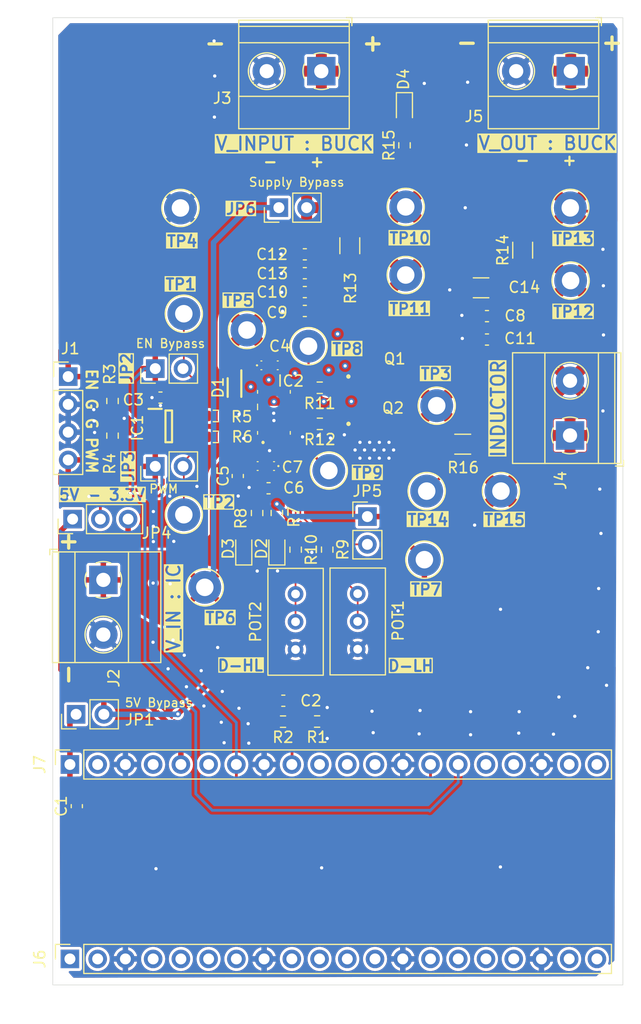
<source format=kicad_pcb>
(kicad_pcb (version 20240108) (generator "pcbnew") (generator_version "8.0")
  (layers (0 "F.Cu" signal) (1 "In1.Cu" signal) (2 "In2.Cu" signal) (31 "B.Cu" signal) (34 "B.Paste" user) (35 "F.Paste" user) (36 "B.SilkS" user "B.Silkscreen") (37 "F.SilkS" user "F.Silkscreen") (38 "B.Mask" user) (39 "F.Mask" user) (44 "Edge.Cuts" user))
  (net 0 "")
  (net 1 "GND")
  (net 2 "Net-(J7-Pin_1)")
  (net 3 "Net-(J7-Pin_9)")
  (net 4 "Net-(IC1-VCC)")
  (net 5 "/Buck Converter/HS")
  (net 6 "Net-(D1-K)")
  (net 7 "+VIN")
  (net 8 "+5V")
  (net 9 "Net-(J4-Pin_2)")
  (net 10 "Net-(C10-Pad1)")
  (net 11 "Net-(D1-A)")
  (net 12 "Net-(D2-A)")
  (net 13 "Net-(D3-A)")
  (net 14 "Net-(IC1-1Y)")
  (net 15 "/Buck Converter/EN")
  (net 16 "Net-(IC1-2Y)")
  (net 17 "/pwm")
  (net 18 "Net-(IC2-PWM{slash}LI)")
  (net 19 "Net-(IC2-EN{slash}HI)")
  (net 20 "Net-(IC2-DLH)")
  (net 23 "/Buck Converter/HO")
  (net 24 "Net-(IC2-DHL)")
  (net 25 "/Buck Converter/LO")
  (net 27 "Net-(D4-A)")
  (net 28 "/Buck Converter/V_OUT")
  (net 46 "+3V3")
  (net 56 "Net-(POT1-Pad1)")
  (net 57 "Net-(POT2-Pad1)")
  (net 58 "Net-(Q1-G)")
  (net 59 "Net-(Q2-G)")
  (net 60 "+Vin_Buck")
  (net 61 "Net-(J4-Pin_1)")
  (footprint "TestPoint:TestPoint_Loop_D2.60mm_Drill1.6mm_Beaded" (layer "F.Cu") (at 119.32 94.42)
    (property "Reference" "TP3")
    (property "Value" "HS")
  )
  (footprint "Resistor_SMD:R_0603_1608Metric" (layer "F.Cu") (at 99.09 95.36)
    (property "Reference" "R5")
    (property "Value" "0R")
  )
  (footprint "TestPoint:TestPoint_Loop_D2.60mm_Drill1.6mm_Beaded" (layer "F.Cu") (at 101.94 87.5)
    (property "Reference" "TP5")
    (property "Value" "HB")
  )
  (footprint "Resistor_SMD:R_0603_1608Metric" (layer "F.Cu") (at 106.4 107.585 -90)
    (property "Reference" "R10")
    (property "Value" "20K")
  )
  (footprint "Connector_PinHeader_2.54mm:PinHeader_1x02_P2.54mm_Vertical" (layer "F.Cu") (at 93.545 91.03 90)
    (property "Reference" "JP2")
    (property "Value" "EN_Bypass")
  )
  (footprint "TestPoint:TestPoint_Loop_D2.60mm_Drill1.6mm_Beaded" (layer "F.Cu") (at 118.4 102.23)
    (property "Reference" "TP14")
    (property "Value" "TestPoint_Probe")
  )
  (footprint "TestPoint:TestPoint_Loop_D2.60mm_Drill1.6mm_Beaded" (layer "F.Cu") (at 116.48 76.24)
    (property "Reference" "TP10")
    (property "Value" "TestPoint_Probe")
  )
  (footprint "Connector_PinHeader_2.54mm:PinHeader_1x02_P2.54mm_Vertical" (layer "F.Cu") (at 104.865 76.31 90)
    (property "Reference" "JP6")
    (property "Value" "Supply-Bypass")
  )
  (footprint "Resistor_SMD:R_0603_1608Metric" (layer "F.Cu") (at 104.68 104.2325 -90)
    (property "Reference" "R7")
    (property "Value" "1K")
  )
  (footprint "LED_SMD:LED_0603_1608Metric" (layer "F.Cu") (at 104.68 107.5025 90)
    (property "Reference" "D2")
    (property "Value" "LED")
  )
  (footprint "TestPoint:TestPoint_Loop_D2.60mm_Drill1.6mm_Beaded" (layer "F.Cu") (at 125.2 102.23)
    (property "Reference" "TP15")
    (property "Value" "TestPoint_Probe")
  )
  (footprint "Capacitor_SMD:C_0603_1608Metric" (layer "F.Cu") (at 107.24 80.576668 180)
    (property "Reference" "C12")
    (property "Value" "10uF")
  )
  (footprint "YFF18PW0J474M:YFF18PW0J474MT0H0N" (layer "F.Cu") (at 104.01 90.73)
    (property "Reference" "C4")
    (property "Value" "0.47uF" (hide yes))
  )
  (footprint "TestPoint:TestPoint_Loop_D2.60mm_Drill1.6mm_Beaded" (layer "F.Cu") (at 116.48 82.47)
    (property "Reference" "TP11")
    (property "Value" "TestPoint_Probe")
  )
  (footprint "TestPoint:TestPoint_Loop_D2.60mm_Drill1.6mm_Beaded" (layer "F.Cu") (at 118.19 108.5)
    (property "Reference" "TP7")
    (property "Value" "5V")
  )
  (footprint "Capacitor_SMD:C_0603_1608Metric" (layer "F.Cu") (at 107.24 82.303334 180)
    (property "Reference" "C13")
    (property "Value" "10uF")
  )
  (footprint "Capacitor_SMD:C_0603_1608Metric" (layer "F.Cu") (at 105.27 121.4 180)
    (property "Reference" "C2")
    (property "Value" "0.1uF")
  )
  (footprint "EPC2001C:EPC2001C" (layer "F.Cu") (at 113.84 96.48)
    (property "Reference" "Q2")
    (property "Value" "EPC2001C" (hide yes))
  )
  (footprint "Resistor_SMD:R_0603_1608Metric" (layer "F.Cu") (at 108.615 96.08 180)
    (property "Reference" "R12")
    (property "Value" "0R")
  )
  (footprint "TestPoint:TestPoint_Loop_D2.60mm_Drill1.6mm_Beaded" (layer "F.Cu") (at 131.55 76.33)
    (property "Reference" "TP13")
    (property "Value" "TestPoint_Probe")
  )
  (footprint "Capacitor_SMD:C_0603_1608Metric" (layer "F.Cu") (at 107.24 85.756668 180)
    (property "Reference" "C9")
    (property "Value" "0.1uF")
  )
  (footprint "Connector_PinHeader_2.54mm:PinHeader_1x02_P2.54mm_Vertical" (layer "F.Cu") (at 86.295 122.64 90)
    (property "Reference" "JP1")
    (property "Value" "5V_Bypass")
  )
  (footprint "TestPoint:TestPoint_Loop_D2.60mm_Drill1.6mm_Beaded" (layer "F.Cu") (at 95.85 76.34)
    (property "Reference" "TP4")
    (property "Value" "GND")
  )
  (footprint "Connector_PinHeader_2.54mm:PinHeader_1x02_P2.54mm_Vertical" (layer "F.Cu") (at 112.97 104.56)
    (property "Reference" "JP5")
    (property "Value" "DLH/5V")
  )
  (footprint "Capacitor_SMD:C_0603_1608Metric" (layer "F.Cu") (at 101.1 100.85 -90)
    (property "Reference" "C5")
    (property "Value" "10uF")
  )
  (footprint "Capacitor_SMD:C_1206_3216Metric" (layer "F.Cu") (at 123.38 83.64 180)
    (property "Reference" "C14")
    (property "Value" "100uF")
  )
  (footprint "Potentiometer_THT:Potentiometer_Bourns_3296W_Vertical" (layer "F.Cu") (at 106.39 111.64 90)
    (property "Reference" "POT2")
    (property "Value" "1M")
  )
  (footprint "Resistor_SMD:R_0603_1608Metric" (layer "F.Cu") (at 116.37 70.61 90)
    (property "Reference" "R15")
    (property "Value" "100K")
  )
  (footprint "Connector_PinHeader_2.54mm:PinHeader_1x02_P2.54mm_Vertical" (layer "F.Cu") (at 93.545 99.97 90)
    (property "Reference" "JP3")
    (property "Value" "PWM_Bypass")
  )
  (footprint "TestPoint:TestPoint_Loop_D2.60mm_Drill1.6mm_Beaded" (layer "F.Cu") (at 98.08 111.03)
    (property "Reference" "TP6")
    (property "Value" "V_in")
  )
  (footprint "Potentiometer_THT:Potentiometer_Bourns_3296W_Vertical" (layer "F.Cu") (at 112.08 111.61 90)
    (property "Reference" "POT1")
    (property "Value" "1M")
  )
  (footprint "Capacitor_SMD:C_0603_1608Metric" (layer "F.Cu") (at 103.92 101.97 180)
    (property "Reference" "C6")
    (property "Value" "10uF")
  )
  (footprint "Connector_PinSocket_2.54mm:PinSocket_1x20_P2.54mm_Vertical" (layer "F.Cu") (at 85.73 145.01 90)
    (property "Reference" "J6")
    (property "Value" "RASPI Socket 1")
  )
  (footprint "Capacitor_SMD:C_0603_1608Metric" (layer "F.Cu") (at 86.36 131.04 90)
    (property "Reference" "C1")
    (property "Value" "10uF")
  )
  (footprint "LMG1210:LMG1210RVRT" (layer "F.Cu") (at 104.41 95.03 90)
    (property "Reference" "IC2")
    (property "Value" "LMG1210RVRT" (hide yes))
  )
  (footprint "TerminalBlock_Phoenix:TerminalBlock_Phoenix_MKDS-1,5-2_1x02_P5.00mm_Horizontal" (layer "F.Cu") (at 131.525 97.14 90)
    (property "Reference" "J4")
    (property "Value" "Inductor")
  )
  (footprint "TerminalBlock_Phoenix:TerminalBlock_Phoenix_MKDS-1,5-2_1x02_P5.00mm_Horizontal" (layer "F.Cu") (at 108.75 63.83 180)
    (property "Reference" "J3")
    (property "Value" "Vin_Buck")
  )
  (footprint "EPC2001C:EPC2001C" (layer "F.Cu") (at 113.83 92.151)
    (property "Reference" "Q1")
    (property "Value" "EPC2001C" (hide yes))
  )
  (footprint "TerminalBlock_Phoenix:TerminalBlock_Phoenix_MKDS-1,5-2_1x02_P5.00mm_Horizontal" (layer "F.Cu") (at 131.595 63.83 180)
    (property "Reference" "J5")
    (property "Value" "Output_Terminal")
  )
  (footprint "TestPoint:TestPoint_Loop_D2.60mm_Drill1.6mm_Beaded" (layer "F.Cu") (at 107.58 88.98)
    (property "Reference" "TP8")
    (property "Value" "HO")
  )
  (footprint "SN74LVC2G17DBVR:SOT95P280X145-6N" (layer "F.Cu") (at 94.78 96.31)
    (property "Reference" "IC1")
    (property "Value" "SN74LVC2G17DBVR" (hide yes))
  )
  (footprint "Resistor_SMD:R_0603_1608Metric" (layer "F.Cu") (at 102.87 104.235 -90)
    (property "Reference" "R8")
    (property "Value" "100K")
  )
  (footprint "Capacitor_SMD:C_0603_1608Metric" (layer "F.Cu") (at 123.92 88.37 180)
    (property "Reference" "C11")
    (property "Value" "0.1uF")
  )
  (footprint "Resistor_SMD:R_0603_1608Metric" (layer "F.Cu") (at 105.245 123.31 180)
    (property "Reference" "R2")
    (property "Value" "18K")
  )
  (footprint "Resistor_SMD:R_1206_3216Metric" (layer "F.Cu") (at 127.19 80.2 90)
    (property "Reference" "R14")
    (property "Value" "0.01R")
  )
  (footprint "Connector_PinSocket_2.54mm:PinSocket_1x20_P2.54mm_Vertical" (layer "F.Cu") (at 85.73 127.23 90)
    (property "Reference" "J7")
    (property "Value" "RASPI Socket 2")
  )
  (footprint "Capacitor_SMD:C_0603_1608Metric" (layer "F.Cu") (at 107.24 84.03 180)
    (property "Reference" "C10")
    (property "Value" "0.1uF")
  )
  (footprint "Resistor_SMD:R_0603_1608Metric" (layer "F.Cu") (at 89.63 97.16 90)
    (property "Reference" "R4")
    (property "Value" "20K")
  )
  (footprint "Resistor_SMD:R_0603_1608Metric" (layer "F.Cu") (at 109.29 107.58 -90)
    (property "Reference" "R9")
    (property "Value" "20K")
  )
  (footprint "Capacitor_SMD:C_0603_1608Metric" (layer "F.Cu") (at 94.02 93.68 180)
    (property "Reference" "C3")
    (property "Value" "0.1uF")
  )
  (footprint "TestPoint:TestPoint_Loop_D2.60mm_Drill1.6mm_Beaded" (layer "F.Cu") (at 96.16 104.39)
    (property "Reference" "TP2")
    (property "Value" "PWM")
  )
  (footprint "TestPoint:TestPoint_Loop_D2.60mm_Drill1.6mm_Beaded" (layer "F.Cu") (at 109.44 100.35)
    (property "Reference" "TP9")
    (property "Value" "LO")
  )
  (footprint "YFF18PW0J474M:YFF18PW0J474MT0H0N" (layer "F.Cu") (at 103.67 99.94 180)
    (property "Reference" "C7")
    (property "Value" "0.47uF" (hide yes))
  )
  (footprint "Resistor_SMD:R_1206_3216Metric" (layer "F.Cu") (at 111.36 79.7925 90)
    (property "Reference" "R13")
    (property "Value" "0.01R")
  )
  (footprint "Resistor_SMD:R_0603_1608Metric" (layer "F.Cu") (at 108.365 123.3 180)
    (property "Reference" "R1")
    (property "Value" "91K")
  )
  (footprint "Resistor_SMD:R_0603_1608Metric" (layer "F.Cu") (at 89.63 93.99 -90)
    (property "Reference" "R3")
    (property "Value" "20K")
  )
  (footprint "Resistor_SMD:R_0603_1608Metric" (layer "F.Cu") (at 108.605 92.78 180)
    (property "Reference" "R11")
    (property "Value" "0R")
  )
  (footprint "TerminalBlock_Phoenix:TerminalBlock_Phoenix_MKDS-1,5-2_1x02_P5.00mm_Horizontal" (layer "F.Cu") (at 88.79 110.35 -90)
    (property "Reference" "J2")
    (property "Value" "Vin_IC")
  )
  (footprint "Connector_PinHeader_2.54mm:PinHeader_1x03_P2.54mm_Vertical" (layer "F.Cu") (at 85.975 104.79 90)
    (property "Reference" "JP4")
    (property "Value" "3v3/5v JP")
  )
  (footprint "Connector_PinHeader_2.54mm:PinHeader_1x04_P2.54mm_Vertical" (layer "F.Cu") (at 85.57 91.76)
    (property "Reference" "J1")
    (property "Value" "EN/PWM Header")
  )
  (footprint "Resistor_SMD:R_1206_3216Metric" (layer "F.Cu") (at 121.7 97.94)
    (property "Reference" "R16")
    (property "Value" "0.01R")
  )
  (footprint "TestPoint:TestPoint_Loop_D2.60mm_Drill1.6mm_Beaded" (layer "F.Cu") (at 96.16 86.01)
    (property "Reference" "TP1")
    (property "Value" "EN")
  )
  (footprint "LED_SMD:LED_0603_1608Metric" (layer "F.Cu") (at 116.36 67.28 -90)
    (property "Reference" "D4")
    (property "Value" "LED")
  )
  (footprint "TestPoint:TestPoint_Loop_D2.60mm_Drill1.6mm_Beaded" (layer "F.Cu") (at 131.58 82.98)
    (property "Reference" "TP12")
    (property "Value" "TestPoint_Probe")
  )
  (footprint "BAT46WJ,115:SODFL2512X80N" (layer "F.Cu") (at 100.8 92.76 -90)
    (property "Reference" "D1")
    (property "Value" "BAT46WJ,115" (hide yes))
  )
  (footprint "Resistor_SMD:R_0603_1608Metric" (layer "F.Cu") (at 99.09 97.27 180)
    (property "Reference" "R6")
    (property "Value" "0R")
  )
  (footprint "Capacitor_SMD:C_0603_1608Metric" (layer "F.Cu") (at 123.92 86.23 180)
    (property "Reference" "C8")
    (property "Value" "10uF")
  )
  (footprint "LED_SMD:LED_0603_1608Metric" (layer "F.Cu") (at 101.65 107.5 90)
    (property "Reference" "D3")
    (property "Value" "LED")
  )
  (gr_rect (start 84.16 58.94) (end 136.37 147.39) (stroke (width 0.05)) (fill none) (layer "Edge.Cuts"))
  (gr_text "D-HL" (at 101.33 118.18 0) (layer "F.SilkS" knockout) (effects (font (size 1 1) (thickness 0.2) (bold yes))))
  (gr_text "V_INPUT : BUCK" (at 106.31 70.47 0) (layer "F.SilkS" knockout) (effects (font (size 1.2 1.2) (thickness 0.2) (bold yes))))
  (gr_text "D-LH" (at 116.94 118.22 0) (layer "F.SilkS" knockout) (effects (font (size 1 1) (thickness 0.2) (bold yes))))
  (gr_text "INDUCTOR" (at 124.93 94.69 90) (layer "F.SilkS" knockout) (effects (font (size 1.2 1.2) (thickness 0.2) (bold yes))))
  (gr_text "-          +" (at 128.73 61.17 0) (layer "F.SilkS") (effects (font (size 1.5 1.5) (thickness 0.3) (bold yes))))
  (gr_text "V_IN : IC" (at 95.22 112.89 90) (layer "F.SilkS" knockout) (effects (font (size 1.2 1.2) (thickness 0.2) (bold yes))))
  (gr_text "Supply Bypass" (at 106.49 73.98 0) (layer "F.SilkS") (effects (font (size 0.8 0.8) (thickness 0.13))))
  (gr_text "EN Bypass" (at 94.94 88.73 0) (layer "F.SilkS") (effects (font (size 0.8 0.8) (thickness 0.13))))
  (gr_text "5V Bypass" (at 93.88 121.58 0) (layer "F.SilkS") (effects (font (size 0.8 0.8) (thickness 0.13))))
  (gr_text "-           +" (at 106.25 61.23 0) (layer "F.SilkS") (effects (font (size 1.5 1.5) (thickness 0.3) (bold yes))))
  (gr_text "-         +" (at 85.51 112.94 90) (layer "F.SilkS") (effects (font (size 1.5 1.5) (thickness 0.3) (bold yes))))
  (gr_text "PWM" (at 94.31 102.03 0) (layer "F.SilkS") (effects (font (size 0.8 0.8) (thickness 0.13))))
  (gr_text "-    +" (at 106.22 72.09 0) (layer "F.SilkS") (effects (font (size 1 1) (thickness 0.2) (bold yes))))
  (gr_text "-    +" (at 129.33 71.96 0) (layer "F.SilkS") (effects (font (size 1 1) (thickness 0.2) (bold yes))))
  (gr_text "5V - 3.3V" (at 88.66 102.58 0) (layer "F.SilkS" knockout) (effects (font (size 1 1) (thickness 0.2) (bold yes))))
  (gr_text "V_OUT : BUCK" (at 129.47 70.42 0) (layer "F.SilkS" knockout) (effects (font (size 1.2 1.2) (thickness 0.2) (bold yes))))
  (gr_text "EN G G PWM" (at 87.71 95.83 270) (layer "F.SilkS") (effects (font (size 1 1) (thickness 0.2) (bold yes))))
  (via (at 104.01 98.53) (size 0.6) (drill 0.3) (layers "F.Cu" "B.Cu") (net 1))
  (via (at 93.61 136.76) (size 0.6) (drill 0.3) (layers "F.Cu" "B.Cu") (net 1))
  (via (at 99.68 120.55) (size 0.6) (drill 0.3) (layers "F.Cu" "B.Cu") (net 1))
  (via (at 102.05 123.5) (size 0.6) (drill 0.3) (layers "F.Cu" "B.Cu") (net 1))
  (via (at 114.95 97.77) (size 0.6) (drill 0.3) (layers "F.Cu" "B.Cu") (net 1))
  (via (at 120.51 83.83) (size 0.6) (drill 0.3) (layers "F.Cu" "B.Cu") (net 1))
  (via (at 112.286668 99.22) (size 0.6) (drill 0.3) (layers "F.Cu" "B.Cu") (net 1))
  (via (at 104.74 109.53) (size 0.6) (drill 0.3) (layers "F.Cu" "B.Cu") (net 1))
  (via (at 114.06 99.22) (size 0.6) (drill 0.3) (layers "F.Cu" "B.Cu") (net 1))
  (via (at 110.86 97.08) (size 0.6) (drill 0.3) (layers "F.Cu" "B.Cu") (net 1))
  (via (at 105.06 80.56) (size 0.6) (drill 0.3) (layers "F.Cu" "B.Cu") (net 1))
  (via (at 134.59 87.95) (size 0.6) (drill 0.3) (layers "F.Cu" "B.Cu") (net 1))
  (via (at 133.15 118.38) (size 0.6) (drill 0.3) (layers "F.Cu" "B.Cu") (net 1))
  (via (at 134.87 119.99) (size 0.6) (drill 0.3) (layers "F.Cu" "B.Cu") (net 1))
  (via (at 131.96 122.82) (size 0.6) (drill 0.3) (layers "F.Cu" "B.Cu") (net 1))
  (via (at 113.173334 99.22) (size 0.6) (drill 0.3) (layers "F.Cu" "B.Cu") (net 1))
  (via (at 101.223885 95.20175) (size 0.6) (drill 0.3) (layers "F.Cu" "B.Cu") (net 1))
  (via (at 101.64 97.41) (size 0.6) (drill 0.3) (layers "F.Cu" "B.Cu") (net 1))
  (via (at 112.29 97.77) (size 0.6) (drill 0.3) (layers "F.Cu" "B.Cu") (net 1))
  (via (at 130.51 121.06) (size 0.6) (drill 0.3) (layers "F.Cu" "B.Cu") (net 1))
  (via (at 109.29 124.85) (size 0.6) (drill 0.3) (layers "F.Cu" "B.Cu") (net 1))
  (via (at 105.09 82.33) (size 0.6) (drill 0.3) (layers "F.Cu" "B.Cu") (net 1))
  (via (at 93.245 93.68) (size 0.6) (drill 0.3) (layers "F.Cu" "B.Cu") (net 1))
  (via (at 134.58 83.45) (size 0.6) (drill 0.3) (layers "F.Cu" "B.Cu") (net 1))
  (via (at 122.42 122.4) (size 0.6) (drill 0.3) (layers "F.Cu" "B.Cu") (net 1))
  (via (at 118.18 64.95) (size 0.6) (drill 0.3) (layers "F.Cu" "B.Cu") (net 1))
  (via (at 122.15 64.84) (size 0.6) (drill 0.3) (layers "F.Cu" "B.Cu") (net 1))
  (via (at 93.37 106.85) (size 0.6) (drill 0.3) (layers "F.Cu" "B.Cu") (net 1))
  (via (at 111.84 98.47) (size 0.6) (drill 0.3) (layers "F.Cu" "B.Cu") (net 1))
  (via (at 99.59 123.37) (size 0.6) (drill 0.3) (layers "F.Cu" "B.Cu") (net 1))
  (via (at 87.47 102.72) (size 0.6) (drill 0.3) (layers "F.Cu" "B.Cu") (net 1))
  (via (at 113.176666 97.77) (size 0.6) (drill 0.3) (layers "F.Cu" "B.Cu") (net 1))
  (via (at 130.01 124.46) (size 0.6) (drill 0.3) (layers "F.Cu" "B.Cu") (net 1))
  (via (at 94.02 94.41) (size 0.6) (drill 0.3) (layers "F.Cu" "B.Cu") (net 1))
  (via (at 99.85 125.24) (size 0.6) (drill 0.3) (layers "F.Cu" "B.Cu") (net 1))
  (via (at 105.12 84.05) (size 0.6) (drill 0.3) (layers "F.Cu" "B.Cu") (net 1))
  (via (at 87.94 95.81) (size 0.6) (drill 0.3) (layers "F.Cu" "B.Cu") (net 1))
  (via (at 97.75 118.65) (size 0.6) (drill 0.3) (layers "F.Cu" "B.Cu") (net 1))
  (via (at 114.946668 99.22) (size 0.6) (drill 0.3) (layers "F.Cu" "B.Cu") (net 1))
  (via (at 93.35 110.64) (size 0.6) (drill 0.3) (layers "F.Cu" "B.Cu") (net 1))
  (via (at 114.063332 97.77) (size 0.6) (drill 0.3) (layers "F.Cu" "B.Cu") (net 1))
  (via (at 114.483332 98.47) (size 0.6) (drill 0.3) (layers "F.Cu" "B.Cu") (net 1))
  (via (at 117.71 124.43) (size 0.6) (drill 0.3) (layers "F.Cu" "B.Cu") (net 1))
  (via (at 126.83 124.36) (size 0.6) (drill 0.3) (layers "F.Cu" "B.Cu") (net 1))
  (via (at 98.99 64.27) (size 0.6) (drill 0.3) (layers "F.Cu" "B.Cu") (net 1))
  (via (at 98.93 61.07) (size 0.6) (drill 0.3) (layers "F.Cu" "B.Cu") (net 1))
  (via (at 134.36 106.1) (size 0.6) (drill 0.3) (layers "F.Cu" "B.Cu") (net 1))
  (via (at 93.37 104.1) (size 0.6) (drill 0.3) (layers "F.Cu" "B.Cu") (net 1))
  (via (at 101.14 102.68) (size 0.6) (drill 0.3) (layers "F.Cu" "B.Cu") (net 1))
  (via (at 96.2 117.24) (size 0.6) (drill 0.3) (layers "F.Cu" "B.Cu") (net 1))
  (via (at 125.15 136.6) (size 0.6) (drill 0.3) (layers "F.Cu" "B.Cu") (net 1))
  (via (at 134.54 94.9) (size 0.6) (drill 0.3) (layers "F.Cu" "B.Cu") (net 1))
  (via (at 107.88 107.83) (size 0.6) (drill 0.3) (layers "F.Cu" "B.Cu") (net 1))
  (via (at 93.34 116.05) (size 0.6) (drill 0.3) (layers "F.Cu" "B.Cu") (net 1))
  (via (at 134.15 111.14) (size 0.6) (drill 0.3) (layers "F.Cu" "B.Cu") (net 1))
  (via (at 108.78 136.68) (size 0.6) (drill 0.3) (layers "F.Cu" "B.Cu") (net 1))
  (via (at 102.88 109.54) (size 0.6) (drill 0.3) (layers "F.Cu" "B.Cu") (net 1))
  (via (at 94.91 110.71) (size 0.6) (drill 0.3) (layers "F.Cu" "B.Cu") (net 1))
  (via (at 126.87 122.4) (size 0.6) (drill 0.3) (layers "F.Cu" "B.Cu") (net 1))
  (via (at 122.42 124.51) (size 0.6) (drill 0.3) (layers "F.Cu" "B.Cu") (net 1))
  (via (at 112.71 98.47) (size 0.6) (drill 0.3) (layers "F.Cu" "B.Cu") (net 1))
  (via (at 125.16 113.04) (size 0.6) (drill 0.3) (layers "F.Cu" "B.Cu") (net 1))
  (via (at 121.66 88.27) (size 0.6) (drill 0.3) (layers "F.Cu" "B.Cu") (net 1))
  (via (at 109.59 97.38) (size 0.6) (drill 0.3) (layers "F.Cu" "B.Cu") (net 1))
  (via (at 98 121.88) (size 0.6) (drill 0.3) (layers "F.Cu" "B.Cu") (net 1))
  (via (at 121.62 86.16) (size 0.6) (drill 0.3) (layers "F.Cu" "B.Cu") (net 1))
  (via (at 95.17 115.85) (size 0.6) (drill 0.3) (layers "F.Cu" "B.Cu") (net 1))
  (via (at 115.37 98.47) (size 0.6) (drill 0.3) (layers "F.Cu" "B.Cu") (net 1))
  (via (at 113.5 124.32) (size 0.6) (drill 0.3) (layers "F.Cu" "B.Cu") (net 1))
  (via (at 87.99 96.87) (size 0.6) (drill 0.3) (layers "F.Cu" "B.Cu") (net 1))
  (via (at 117.79 122.29) (size 0.6) (drill 0.3) (layers "F.Cu" "B.Cu") (net 1))
  (via (at 101.21 122.09) (size 0.6) (drill 0.3) (layers "F.Cu" "B.Cu") (net 1))
  (via (at 95.24 106.83) (size 0.6) (drill 0.3) (layers "F.Cu" "B.Cu") (net 1))
  (via (at 94.72 118.48) (size 0.6) (drill 0.3) (layers "F.Cu" "B.Cu") (net 1))
  (via (at 134.25 102.05) (size 0.6) (drill 0.3) (layers "F.Cu" "B.Cu") (net 1))
  (via (at 122.04 70.58) (size 0.6) (drill 0.3) (layers "F.Cu" "B.Cu") (net 1))
  (via (at 102.11 125.28) (size 0.6) (drill 0.3) (layers "F.Cu" "B.Cu") (net 1))
  (via (at 87.91 94.78) (size 0.6) (drill 0.3) (layers "F.Cu" "B.Cu") (net 1))
  (via (at 96.4 120.12) (size 0.6) (drill 0.3) (layers "F.Cu" "B.Cu") (net 1))
  (via (at 102.14 101.9) (size 0.6) (drill 0.3) (layers "F.Cu" "B.Cu") (net 1))
  (via (at 113.39 122.36) (size 0.6) (drill 0.3) (layers "F.Cu" "B.Cu") (net 1))
  (via (at 104.41 95.78) (size 0.6) (drill 0.3) (layers "F.Cu" "B.Cu") (net 1))
  (via (at 104.39 95.11) (size 0.6) (drill 0.3) (layers "F.Cu" "B.Cu") (net 1))
  (via (at 134.54 80.12) (size 0.6) (drill 0.3) (layers "F.Cu" "B.Cu") (net 1))
  (via (at 134.11 115.09) (size 0.6) (drill 0.3) (layers "F.Cu" "B.Cu") (net 1))
  (via (at 98.96 68.03) (size 0.6) (drill 0.3) (layers "F.Cu" "B.Cu") (net 1))
  (via (at 115.78 113.18) (size 0.6) (drill 0.3) (layers "F.Cu" "B.Cu") (net 1))
  (via (at 108.51 97.13) (size 0.6) (drill 0.3) (layers "F.Cu" "B.Cu") (net 1))
  (via (at 97.36 101.8) (size 0.6) (drill 0.3) (layers "F.Cu" "B.Cu") (net 1))
  (via (at 113.596666 98.47) (size 0.6) (drill 0.3) (layers "F.Cu" "B.Cu") (net 1))
  (via (at 109.29 122.02) (size 0.6) (drill 0.3) (layers "F.Cu" "B.Cu") (net 1))
  (via (at 85.68 102.82) (size 0.6) (drill 0.3) (layers "F.Cu" "B.Cu") (net 1))
  (via (at 107.03 97.27) (size 0.6) (drill 0.3) (layers "F.Cu" "B.Cu") (net 1))
  (via (at 93.37 105.45) (size 0.6) (drill 0.3) (layers "F.Cu" "B.Cu") (net 1))
  (via (at 90.7 95.58) (size 0.6) (drill 0.3) (layers "F.Cu" "B.Cu") (net 1))
  (via (at 99.26 116.53) (size 0.6) (drill 0.3) (layers "F.Cu" "B.Cu") (net 1))
  (via (at 122.79 105.34) (size 0.6) (drill 0.3) (layers "F.Cu" "B.Cu") (net 1))
  (via (at 94.87 102.69) (size 0.6) (drill 0.3) (layers "F.Cu" "B.Cu") (net 1))
  (via (at 105.2 85.79) (size 0.6) (drill 0.3) (layers "F.Cu" "B.Cu") (net 1))
  (via (at 121.93 76.32) (size 0.6) (drill 0.3) (layers "F.Cu" "B.Cu") (net 1))
  (segment (start 85.73 123.205) (end 86.295 122.64) (width 0.5) (layer "F.Cu") (net 2))
  (segment (start 85.73 127.23) (end 85.73 123.205) (width 0.5) (layer "F.Cu") (net 2))
  (segment (start 85.73 127.23) (end 85.73 129.635) (width 0.5) (layer "F.Cu") (net 2))
  (segment (start 85.73 129.635) (end 86.36 130.265) (width 0.5) (layer "F.Cu") (net 2))
  (segment (start 106.08 123.3) (end 106.07 123.31) (width 0.254) (layer "F.Cu") (net 3))
  (segment (start 106.07 121.425) (end 106.045 121.4) (width 0.254) (layer "F.Cu") (net 3))
  (segment (start 106.07 127.21) (end 106.05 127.23) (width 0.254) (layer "F.Cu") (net 3))
  (segment (start 106.07 123.31) (end 106.07 121.425) (width 0.254) (layer "F.Cu") (net 3))
  (segment (start 107.54 123.3) (end 106.08 123.3) (width 0.254) (layer "F.Cu") (net 3))
  (segment (start 106.07 123.31) (end 106.07 127.21) (width 0.254) (layer "F.Cu") (net 3))
  (segment (start 94.795 95.929) (end 95.176 96.31) (width 0.254) (layer "F.Cu") (net 4))
  (segment (start 93.89 102.68) (end 89.51 102.68) (width 0.254) (layer "F.Cu") (net 4))
  (segment (start 89.51 102.68) (end 88.515 103.675) (width 0.254) (layer "F.Cu") (net 4))
  (segment (start 95.176 96.31) (end 96.03 96.31) (width 0.254) (layer "F.Cu") (net 4))
  (segment (start 88.515 103.675) (end 88.515 104.79) (width 0.254) (layer "F.Cu") (net 4))
  (segment (start 94.795 93.68) (end 94.795 95.929) (width 0.254) (layer "F.Cu") (net 4))
  (segment (start 95.176 96.31) (end 94.79 96.696) (width 0.254) (layer "F.Cu") (net 4))
  (segment (start 94.79 96.696) (end 94.79 101.78) (width 0.254) (layer "F.Cu") (net 4))
  (segment (start 94.79 101.78) (end 93.89 102.68) (width 0.254) (layer "F.Cu") (net 4))
  (segment (start 103.01 93.78) (end 104.135 93.78) (width 0.25) (layer "F.Cu") (net 5))
  (segment (start 104.635 94.28) (end 105.81 94.28) (width 0.25) (layer "F.Cu") (net 5))
  (segment (start 103.91 93.13) (end 103.91 93.555) (width 0.25) (layer "F.Cu") (net 5))
  (segment (start 104.41 93.13) (end 104.41 94.055) (width 0.25) (layer "F.Cu") (net 5))
  (segment (start 103.91 93.555) (end 104.41 94.055) (width 0.25) (layer "F.Cu") (net 5))
  (segment (start 118.4 102.23) (end 120.2375 100.3925) (width 0.254) (layer "F.Cu") (net 5))
  (segment (start 120.2375 100.3925) (end 120.2375 97.94) (width 0.254) (layer "F.Cu") (net 5))
  (segment (start 104.41 94.055) (end 104.635 94.28) (width 0.25) (layer "F.Cu") (net 5))
  (segment (start 104.135 93.78) (end 104.41 94.055) (width 0.25) (layer "F.Cu") (net 5))
  (via (at 111.5 94.03) (size 0.6) (drill 0.3) (layers "F.Cu" "B.Cu") (net 5))
  (via (at 110.24 87.86) (size 0.6) (drill 0.3) (layers "F.Cu" "B.Cu") (net 5))
  (via (at 104.41 94.055) (size 0.6) (drill 0.3) (layers "F.Cu" "B.Cu") (net 5))
  (via (at 110.93 90.78) (size 0.6) (drill 0.3) (layers "F.Cu" "B.Cu") (net 5))
  (via (at 109.43 91.16) (size 0.6) (drill 0.3) (layers "F.Cu" "B.Cu") (net 5))
  (via (at 102.29 92.69) (size 0.6) (drill 0.3) (layers "F.Cu" "B.Cu") (net 5))
  (via (at 103.94 92.05) (size 0.6) (drill 0.3) (layers "F.Cu" "B.Cu") (net 5))
  (via (at 108.98 94.04) (size 0.6) (drill 0.3) (layers "F.Cu" "B.Cu") (net 5))
  (via (at 106.34 91.46) (size 0.6) (drill 0.3) (layers "F.Cu" "B.Cu") (net 5))
  (segment (start 104.91 90.83) (end 104.91 93.13) (width 0.25) (layer "F.Cu") (net 6))
  (segment (start 104.81 90.73) (end 104.91 90.83) (width 0.25) (layer "F.Cu") (net 6))
  (segment (start 103.24 98.24) (end 103.91 97.57) (width 0.25) (layer "F.Cu") (net 7))
  (segment (start 101.1 100.075) (end 101.1 99.59) (width 0.25) (layer "F.Cu") (net 7))
  (segment (start 102.45 98.24) (end 103.24 98.24) (width 0.25) (layer "F.Cu") (net 7))
  (segment (start 101.1 99.59) (end 102.45 98.24) (width 0.25) (layer "F.Cu") (net 7))
  (segment (start 99.62 103.41) (end 99.6 103.43) (width 0.25) (layer "F.Cu") (net 7))
  (segment (start 102.87 103.41) (end 99.62 103.41) (width 0.25) (layer "F.Cu") (net 7))
  (segment (start 103.91 97.57) (end 103.91 96.93) (width 0.25) (layer "F.Cu") (net 7))
  (segment (start 98.88 79.5) (end 98.88 110.23) (width 0.5) (layer "B.Cu") (net 7))
  (segment (start 98.88 110.23) (end 98.08 111.03) (width 0.5) (layer "B.Cu") (net 7))
  (segment (start 104.865 76.31) (end 102.07 76.31) (width 0.5) (layer "B.Cu") (net 7))
  (segment (start 102.07 76.31) (end 98.88 79.5) (width 0.5) (layer "B.Cu") (net 7))
  (segment (start 118.19 108.5) (end 114.25 104.56) (width 0.5) (layer "F.Cu") (net 8))
  (segment (start 88.835 121.215) (end 88.23 120.61) (width 0.5) (layer "F.Cu") (net 8))
  (segment (start 118.19 116.93) (end 115.74 119.38) (width 0.5) (layer "F.Cu") (net 8))
  (segment (start 104.47 100.73) (end 104.47 99.94) (width 0.25) (layer "F.Cu") (net 8))
  (segment (start 118.19 108.5) (end 118.19 116.93) (width 0.5) (layer "F.Cu") (net 8))
  (segment (start 95.615 122.615) (end 95.6 122.63) (width 0.5) (layer "F.Cu") (net 8))
  (segment (start 104.5 100.76) (end 104.47 100.73) (width 0.25) (layer "F.Cu") (net 8))
  (segment (start 84.91 118.55) (end 84.91 105.855) (width 0.5) (layer "F.Cu") (net 8))
  (segment (start 84.91 105.855) (end 85.975 104.79) (width 0.5) (layer "F.Cu") (net 8))
  (segment (start 104.27 100.99) (end 104.5 100.76) (width 0.25) (layer "F.Cu") (net 8))
  (segment (start 88.835 122.64) (end 88.835 121.215) (width 0.5) (layer "F.Cu") (net 8))
  (segment (start 102.87 99.94) (end 102.87 100.79) (width 0.25) (layer "F.Cu") (net 8))
  (segment (start 98.85 119.38) (end 95.615 122.615) (width 0.5) (layer "F.Cu") (net 8))
  (segment (start 115.74 119.38) (end 98.85 119.38) (width 0.5) (layer "F.Cu") (net 8))
  (segment (start 86.97 120.61) (end 84.91 118.55) (width 0.5) (layer "F.Cu") (net 8))
  (segment (start 114.25 104.56) (end 112.97 104.56) (width 0.5) (layer "F.Cu") (net 8))
  (segment (start 102.87 100.79) (end 103.07 100.99) (width 0.25) (layer "F.Cu") (net 8))
  (segment (start 103.07 100.99) (end 104.27 100.99) (width 0.25) (layer "F.Cu") (net 8))
  (segment (start 88.23 120.61) (end 86.97 120.61) (width 0.5) (layer "F.Cu") (net 8))
  (via (at 95.615 122.615) (size 0.6) (drill 0.3) (layers "F.Cu" "B.Cu") (net 8))
  (via (at 104.68 103.4075) (size 0.6) (drill 0.3) (layers "F.Cu" "B.Cu") (net 8))
  (segment (start 95.615 122.615) (end 95.59 122.64) (width 0.5) (layer "B.Cu") (net 8))
  (segment (start 95.59 122.64) (end 88.835 122.64) (width 0.5) (layer "B.Cu") (net 8))
  (segment (start 105.8325 104.56) (end 104.68 103.4075) (width 0.5) (layer "B.Cu") (net 8))
  (segment (start 112.97 104.56) (end 105.8325 104.56) (width 0.5) (layer "B.Cu") (net 8))
  (segment (start 104.68 105.0575) (end 104.68 106.715) (width 0.25) (layer "F.Cu") (net 12))
  (segment (start 102.87 105.06) (end 102.87 105.84) (width 0.25) (layer "F.Cu") (net 13))
  (segment (start 102.87 105.84) (end 101.9975 106.7125) (width 0.25) (layer "F.Cu") (net 13))
  (segment (start 101.9975 106.7125) (end 101.65 106.7125) (width 0.25) (layer "F.Cu") (net 13))
  (segment (start 97.05 91.995) (end 97.05 94.145) (width 0.1565) (layer "F.Cu") (net 14))
  (segment (start 96.16 90.955) (end 96.085 91.03) (width 0.1565) (layer "F.Cu") (net 14))
  (segment (start 97.05 94.145) (end 98.265 95.36) (width 0.1565) (layer "F.Cu") (net 14))
  (segment (start 96.085 91.03) (end 97.05 91.995) (width 0.1565) (layer "F.Cu") (net 14))
  (segment (start 96.03 95.36) (end 98.265 95.36) (width 0.1565) (layer "F.Cu") (net 14))
  (segment (start 96.16 86.01) (end 96.16 90.955) (width 0.1565) (layer "F.Cu") (net 14))
  (segment (start 91.49 92.09) (end 92.55 91.03) (width 0.254) (layer "B.Cu") (net 15))
  (segment (start 97.253 122.423) (end 92.6 117.77) (width 0.254) (layer "B.Cu") (net 15))
  (segment (start 97.253 129.913) (end 97.253 122.423) (width 0.254) (layer "B.Cu") (net 15))
  (segment (start 121.29 127.23) (end 121.29 128.87) (width 0.254) (layer "B.Cu") (net 15))
  (segment (start 92.6 103.42) (end 91.49 102.31) (width 0.254) (layer "B.Cu") (net 15))
  (segment (start 118.62 131.42) (end 98.76 131.42) (width 0.254) (layer "B.Cu") (net 15))
  (segment (start 121.29 128.87) (end 118.68 131.48) (width 0.254) (layer "B.Cu") (net 15))
  (segment (start 92.55 91.03) (end 93.545 91.03) (width 0.254) (layer "B.Cu") (net 15))
  (segment (start 118.68 131.48) (end 118.62 131.42) (width 0.254) (layer "B.Cu") (net 15))
  (segment (start 92.6 117.77) (end 92.6 103.42) (width 0.254) (layer "B.Cu") (net 15))
  (segment (start 91.49 102.31) (end 91.49 92.09) (width 0.254) (layer "B.Cu") (net 15))
  (segment (start 98.76 131.42) (end 97.253 129.913) (width 0.254) (layer "B.Cu") (net 15))
  (segment (start 96.16 104.39) (end 96.16 100.045) (width 0.1565) (layer "F.Cu") (net 16))
  (segment (start 98.255 97.26) (end 98.265 97.27) (width 0.1565) (layer "F.Cu") (net 16))
  (segment (start 96.085 99.97) (end 96.085 99.595) (width 0.1565) (layer "F.Cu") (net 16))
  (segment (start 96.16 100.045) (end 96.085 99.97) (width 0.1565) (layer "F.Cu") (net 16))
  (segment (start 96.085 99.595) (end 98.265 97.415) (width 0.1565) (layer "F.Cu") (net 16))
  (segment (start 96.03 97.26) (end 98.255 97.26) (width 0.1565) (layer "F.Cu") (net 16))
  (segment (start 98.265 97.415) (end 98.265 97.27) (width 0.1565) (layer "F.Cu") (net 16))
  (segment (start 101.82 129.68) (end 100.97 128.83) (width 0.254) (layer "F.Cu") (net 17))
  (segment (start 118.75 128.75) (end 117.82 129.68) (width 0.254) (layer "F.Cu") (net 17))
  (segment (start 118.75 127.23) (end 118.75 128.75) (width 0.254) (layer "F.Cu") (net 17))
  (segment (start 100.97 128.83) (end 100.97 127.23) (width 0.254) (layer "F.Cu") (net 17))
  (segment (start 117.82 129.68) (end 101.82 129.68) (width 0.254) (layer "F.Cu") (net 17))
  (segment (start 94.15 116.57) (end 94.15 100.575) (width 0.254) (layer "B.Cu") (net 17))
  (segment (start 100.97 127.23) (end 100.97 123.39) (width 0.254) (layer "B.Cu") (net 17))
  (segment (start 100.97 123.39) (end 94.15 116.57) (width 0.254) (layer "B.Cu") (net 17))
  (segment (start 94.15 100.575) (end 93.545 99.97) (width 0.254) (layer "B.Cu") (net 17))
  (segment (start 100.905 96.28) (end 99.915 97.27) (width 0.1565) (layer "F.Cu") (net 18))
  (segment (start 103.01 96.28) (end 100.905 96.28) (width 0.1565) (layer "F.Cu") (net 18))
  (segment (start 100.96 95.78) (end 103.01 95.78) (width 0.1565) (layer "F.Cu") (net 19))
  (segment (start 99.915 95.36) (end 100.54 95.36) (width 0.1565) (layer "F.Cu") (net 19))
  (segment (start 100.54 95.36) (end 100.96 95.78) (width 0.1565) (layer "F.Cu") (net 19))
  (segment (start 106.83 104.41) (end 109.175 106.755) (width 0.1565) (layer "F.Cu") (net 20))
  (segment (start 106.1 98.92) (end 106.83 99.65) (width 0.1565) (layer "F.Cu") (net 20))
  (segment (start 109.175 106.755) (end 109.29 106.755) (width 0.1565) (layer "F.Cu") (net 20))
  (segment (start 106.83 99.65) (end 106.83 104.41) (width 0.1565) (layer "F.Cu") (net 20))
  (segment (start 105.81 96.28) (end 106.1 96.57) (width 0.1565) (layer "F.Cu") (net 20))
  (segment (start 106.1 96.57) (end 106.1 98.92) (width 0.1565) (layer "F.Cu") (net 20))
  (segment (start 109.635 107.1) (end 109.29 106.755) (width 0.1565) (layer "F.Cu") (net 20))
  (segment (start 112.97 107.1) (end 109.635 107.1) (width 0.1565) (layer "F.Cu") (net 20))
  (segment (start 107.58 92.58) (end 107.78 92.78) (width 0.2) (layer "F.Cu") (net 23))
  (segment (start 106.78 93.78) (end 107.78 92.78) (width 0.25) (layer "F.Cu") (net 23))
  (segment (start 105.81 93.78) (end 106.78 93.78) (width 0.25) (layer "F.Cu") (net 23))
  (segment (start 107.58 88.98) (end 107.58 92.58) (width 0.2) (layer "F.Cu") (net 23))
  (segment (start 106.4 99.85) (end 106.4 106.76) (width 0.1565) (layer "F.Cu") (net 24))
  (segment (start 105.41 98.86) (end 106.4 99.85) (width 0.1565) (layer "F.Cu") (net 24))
  (segment (start 105.41 96.93) (end 105.41 98.86) (width 0.1565) (layer "F.Cu") (net 24))
  (segment (start 105.81 95.28) (end 106.99 95.28) (width 0.25) (layer "F.Cu") (net 25))
  (segment (start 106.99 95.28) (end 107.79 96.08) (width 0.25) (layer "F.Cu") (net 25))
  (segment (start 107.79 96.08) (end 107.79 98.7) (width 0.25) (layer "F.Cu") (net 25))
  (segment (start 107.79 98.7) (end 109.44 100.35) (width 0.25) (layer "F.Cu") (net 25))
  (segment (start 116.37 68.0775) (end 116.36 68.0675) (width 0.254) (layer "F.Cu") (net 27))
  (segment (start 116.37 69.785) (end 116.37 68.0775) (width 0.254) (layer "F.Cu") (net 27))
  (segment (start 133.88 76.63) (end 131.85 76.63) (width 0.254) (layer "F.Cu") (net 28))
  (segment (start 135.22 118.05) (end 135.22 77.97) (width 0.254) (layer "F.Cu") (net 28))
  (segment (start 131.85 76.63) (end 131.55 76.33) (width 0.254) (layer "F.Cu") (net 28))
  (segment (start 129.97 123.3) (end 135.22 118.05) (width 0.254) (layer "F.Cu") (net 28))
  (segment (start 109.19 123.3) (end 129.97 123.3) (width 0.254) (layer "F.Cu") (net 28))
  (segment (start 135.22 77.97) (end 133.88 76.63) (width 0.254) (layer "F.Cu") (net 28))
  (segment (start 90.45 106.87) (end 87.25 106.87) (width 0.5) (layer "F.Cu") (net 46))
  (segment (start 90.975025 119.735025) (end 95.89 124.65) (width 0.5) (layer "F.Cu") (net 46))
  (segment (start 85.61 117.97) (end 87.375025 119.735025) (width 0.5) (layer "F.Cu") (net 46))
  (segment (start 87.25 106.87) (end 85.61 108.51) (width 0.5) (layer "F.Cu") (net 46))
  (segment (start 91.055 104.79) (end 91.055 106.265) (width 0.5) (layer "F.Cu") (net 46))
  (segment (start 87.375025 119.735025) (end 90.975025 119.735025) (width 0.5) (layer "F.Cu") (net 46))
  (segment (start 91.055 106.265) (end 90.45 106.87) (width 0.5) (layer "F.Cu") (net 46))
  (segment (start 95.89 124.65) (end 95.89 127.23) (width 0.5) (layer "F.Cu") (net 46))
  (segment (start 85.61 108.51) (end 85.61 117.97) (width 0.5) (layer "F.Cu") (net 46))
  (segment (start 112.08 111.61) (end 109.29 108.82) (width 0.1565) (layer "F.Cu") (net 56))
  (segment (start 112.08 114.15) (end 112.08 111.61) (width 0.1565) (layer "F.Cu") (net 56))
  (segment (start 109.29 108.82) (end 109.29 108.405) (width 0.1565) (layer "F.Cu") (net 56))
  (segment (start 106.39 108.42) (end 106.4 108.41) (width 0.1565) (layer "F.Cu") (net 57))
  (segment (start 106.39 111.64) (end 106.39 108.42) (width 0.1565) (layer "F.Cu") (net 57))
  (segment (start 106.39 114.18) (end 106.39 111.64) (width 0.1565) (layer "F.Cu") (net 57))
  (zone (net 61) (net_name "Net-(J4-Pin_1)") (layer "F.Cu") (priority 8) (connect_pads thru_hole_only (clearance 0.5)) (min_thickness 0.18) (fill yes (thermal_gap 0.2) (thermal_bridge_width 1) (smoothing fillet) (radius 2))
    (polygon (pts (xy 122.05 95) (xy 127 95.03) (xy 133.36 95.05) (xy 134.11 95.84) (xy 134.11 100.92) (xy 131.68 104.81) (xy 123.81 104.81) (xy 122.07 103.04)))
  )
  (zone (net 1) (net_name "GND") (layer "F.Cu") (priority 4) (connect_pads thru_hole_only (clearance 0.127)) (min_thickness 0.18) (fill yes (thermal_gap 0.2) (thermal_bridge_width 1))
    (polygon (pts (xy 111.95 96.65) (xy 115.45 96.64) (xy 115.47 98.4) (xy 111.95 98.41)))
  )
  (zone (net 15) (net_name "/Buck Converter/EN") (layer "F.Cu") (priority 1) (connect_pads (clearance 0.254)) (min_thickness 0.25) (fill yes (thermal_gap 0.5) (thermal_bridge_width 0.5) (smoothing fillet) (radius 2))
    (polygon (pts (xy 84.22 92.89) (xy 84.16 89.84) (xy 85.01 88.86) (xy 93.69 88.86) (xy 94.61 89.75) (xy 94.61 92.32) (xy 94.29 92.64) (xy 92.42 92.64) (xy 92.08 93.06) (xy 92.08 94.37) (xy 92.07 94.38) (xy 92.73 94.64) (xy 94.19 94.64) (xy 94.2 95.74) (xy 92.66 95.74) (xy 91.93 95.75) (xy 90.05 93.77) (xy 87.72 93.77) (xy 86.57 93.07) (xy 84.35 93.01)))
  )
  (zone (net 28) (net_name "/Buck Converter/V_OUT") (layer "F.Cu") (priority 1) (connect_pads thru_hole_only (clearance 0.5)) (min_thickness 0.18) (fill yes (thermal_gap 0.5) (thermal_bridge_width 1) (smoothing fillet) (radius 2))
    (polygon (pts (xy 129.06 61.22) (xy 129.96 60.41) (xy 130.66 59.84) (xy 135.27 59.81) (xy 135.91 60.26) (xy 135.92 78.15) (xy 133.03 80.14) (xy 125.24 80.12) (xy 123.71 78.57) (xy 123.7 71.7) (xy 125.59 69.88) (xy 127.95 69.88) (xy 129.1 68.78)))
  )
  (zone (net 58) (net_name "Net-(Q1-G)") (layer "F.Cu") (priority 13) (connect_pads yes (clearance 0.127)) (min_thickness 0.25) (fill yes (thermal_gap 0.5) (thermal_bridge_width 0.5) (smoothing fillet) (radius 2))
    (polygon (pts (xy 108.805 92.33) (xy 109.005 92.06) (xy 110.85 92.04) (xy 111.71 91.3) (xy 112.06 91.3) (xy 112.19 91.49) (xy 112.18 92.05) (xy 111.85 92.05) (xy 111.51 92.39) (xy 110.355 93.51) (xy 109.105 93.52) (xy 108.795 93.25)))
  )
  (zone (net 5) (net_name "/Buck Converter/HS") (layer "F.Cu") (priority 3) (connect_pads thru_hole_only (clearance 0.2)) (min_thickness 0.18) (fill yes (thermal_gap 0.2) (thermal_bridge_width 1) (smoothing fillet) (radius 2))
    (polygon (pts (xy 106.5 94.43) (xy 108.13 96.55) (xy 116.55 96.55) (xy 119.25 99.59) (xy 121.06 99.59) (xy 121.53 99.09) (xy 121.52 92.61) (xy 120.93 92.02) (xy 112.6 92)))
  )
  (zone (net 7) (net_name "+VIN") (layer "F.Cu") (priority 6) (connect_pads thru_hole_only (clearance 0.127)) (min_thickness 0.25) (fill yes (thermal_gap 0.5) (thermal_bridge_width 0.5) (smoothing fillet) (radius 2))
    (polygon (pts (xy 86.15 108.56) (xy 87.32 107.66) (xy 97.11 107.66) (xy 98.54 106.18) (xy 98.54 100.57) (xy 99.46 99.4) (xy 99.77 99.02) (xy 101.53 99.02) (xy 101.91 99.35) (xy 101.91 100.44) (xy 101.77 100.84) (xy 100.59 100.84) (xy 100.22 101.28) (xy 100.03 101.47) (xy 100.06 111.79) (xy 100.06 112.95) (xy 98.66 114.53) (xy 94.05 114.56) (xy 91.14 112.87) (xy 87.17 112.9) (xy 86.12 111.93)))
  )
  (zone (net 11) (net_name "Net-(D1-A)") (layer "F.Cu") (priority 5) (connect_pads thru_hole_only (clearance 0.127)) (min_thickness 0.25) (fill yes (thermal_gap 0.5) (thermal_bridge_width 0.5))
    (polygon (pts (xy 100.46 93.46) (xy 100.38 93.59) (xy 100.38 93.58) (xy 100.38 94.28) (xy 102.51 95.42) (xy 103.11 95.42) (xy 103.11 95.15) (xy 101.24 93.63) (xy 101.04 93.45)))
  )
  (zone (net 17) (net_name "/pwm") (layer "F.Cu") (priority 1) (connect_pads (clearance 0.254)) (min_thickness 0.25) (fill yes (thermal_gap 0.5) (thermal_bridge_width 0.5) (smoothing fillet) (radius 2))
    (polygon (pts (xy 84.23 98.65) (xy 84.7 98.22) (xy 88.13 98.22) (xy 88.87 97.41) (xy 91.39 97.4) (xy 92.76 96.81) (xy 94.25 96.78) (xy 94.25 101.12) (xy 93.54 101.71) (xy 85.12 101.71) (xy 84.16 101.7)))
  )
  (zone (net 59) (net_name "Net-(Q2-G)") (layer "F.Cu") (priority 9) (connect_pads yes (clearance 0.127)) (min_thickness 0.25) (fill yes (thermal_gap 0.5) (thermal_bridge_width 0.5) (smoothing fillet) (radius 2))
    (polygon (pts (xy 108.825 95.63) (xy 109.085 95.35) (xy 111.9 95.36) (xy 112.12 95.5) (xy 112.13 96.42) (xy 110.32 96.49) (xy 110.325 96.49) (xy 110.005 96.81) (xy 108.975 96.81) (xy 108.805 96.54)))
  )
  (zone (net 60) (net_name "+Vin_Buck") (layer "F.Cu") (priority 10) (connect_pads thru_hole_only (clearance 0.5)) (min_thickness 0.25) (fill yes (thermal_gap 0.5) (thermal_bridge_width 1) (smoothing fillet) (radius 2))
    (polygon (pts (xy 106.19 61.2) (xy 107.05 60.6) (xy 113.01 60.6) (xy 114.31 62.47) (xy 114.26 69.42) (xy 115.86 71.03) (xy 118.66 71.03) (xy 120.01 72.48) (xy 120.02 78.04) (xy 119.31 79.27) (xy 107.48 79.21) (xy 106.39 78.27)))
  )
  (zone (net 8) (net_name "+5V") (layer "F.Cu") (priority 7) (connect_pads thru_hole_only (clearance 0.127)) (min_thickness 0.25) (fill yes (thermal_gap 0.5) (thermal_bridge_width 0.5))
    (polygon (pts (xy 105.03 96.63) (xy 104.79 96.63) (xy 104.78 98.65) (xy 104.15 99.39) (xy 104.14 103.67) (xy 104.5 104.03) (xy 105.09 104.03) (xy 105.41 103.64) (xy 105.38 99.15) (xy 105.06 98.84)))
  )
  (zone (net 6) (net_name "Net-(D1-K)") (layer "F.Cu") (priority 13) (connect_pads thru_hole_only (clearance 0.127)) (min_thickness 0.25) (fill yes (thermal_gap 0.5) (thermal_bridge_width 1) (smoothing fillet) (radius 2))
    (polygon (pts (xy 100.37 92.11) (xy 100.07 91.89) (xy 99.49 90.75) (xy 99.5 90.75) (xy 99.51 86.43) (xy 99.84 85.51) (xy 104.15 85.51) (xy 104.74 86.36) (xy 104.74 87.82) (xy 105.36 88.32) (xy 105.38 89.09) (xy 105.39 90.93) (xy 105.21 91.29) (xy 102.04 91.28) (xy 101.6 91.72) (xy 101.19 92.11)))
  )
  (zone (net 9) (net_name "Net-(J4-Pin_2)") (layer "F.Cu") (priority 2) (connect_pads thru_hole_only (clearance 0.5)) (min_thickness 0.18) (fill yes (thermal_gap 0.5) (thermal_bridge_width 1) (smoothing fillet) (radius 2))
    (polygon (pts (xy 124.25 80.94) (xy 124.25 92.19) (xy 127 95.03) (xy 133.36 95.05) (xy 134.09 94.04) (xy 134.09 89.51) (xy 134.12 81.54) (xy 133.03 80.14) (xy 125.24 80.12)))
  )
  (zone (net 10) (net_name "Net-(C10-Pad1)") (layer "F.Cu") (priority 11) (connect_pads thru_hole_only (clearance 0.2)) (min_thickness 0.18) (fill yes (thermal_gap 0.5) (thermal_bridge_width 1))
    (polygon (pts (xy 107.55 79.84) (xy 107.5 86.32) (xy 108.05 86.7) (xy 111.14 86.79) (xy 111.48 86.95) (xy 112.24 87.82) (xy 112.15 91.84) (xy 117.91 91.91) (xy 117.99 79.82)))
  )
  (zone (net 5) (net_name "/Buck Converter/HS") (layers "F.Cu" "In1.Cu") (priority 12) (connect_pads (clearance 0.2)) (min_thickness 0.18) (fill yes (thermal_gap 0.2) (thermal_bridge_width 1) (smoothing fillet) (radius 2))
    (polygon (pts (xy 103.65 94.46) (xy 102.8 94.46) (xy 101.19 93.35) (xy 101.19 92.11) (xy 101.2 91.2) (xy 100.91 91) (xy 99.5 90.75) (xy 99.49 90.75) (xy 99.51 86.43) (xy 99.84 85.51) (xy 104.14 85.51) (xy 105.08 86.92) (xy 111.48 86.95) (xy 112.14 87.85) (xy 112.14 92.89) (xy 112.14 93.99) (xy 111.87 94.34)))
  )
  (zone (net 1) (net_name "GND") (layers "F.Cu" "In1.Cu" "In2.Cu" "B.Cu") (connect_pads (clearance 0.254)) (min_thickness 0.2) (fill yes (thermal_gap 0.254) (thermal_bridge_width 0.5))
    (polygon (pts (xy 84.62 60.58) (xy 85.79 59.4) (xy 135.4 59.33) (xy 135.98 60.09) (xy 135.59 145.16) (xy 133.93 146.6) (xy 86.05 146.73) (xy 84.84 145.39)))
  )
)
</source>
